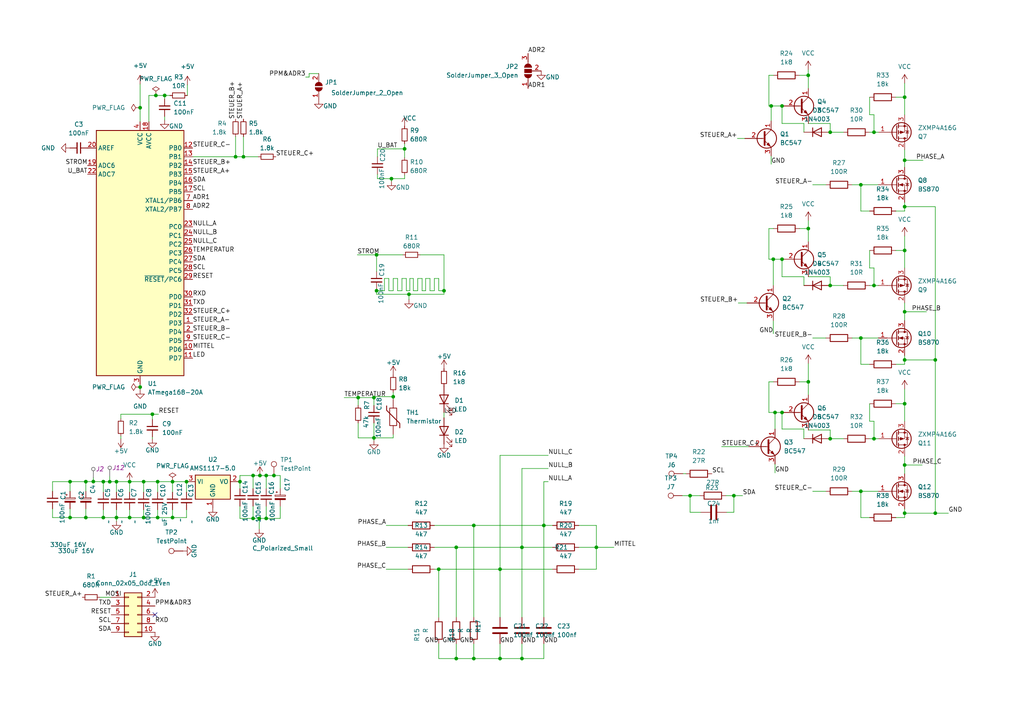
<source format=kicad_sch>
(kicad_sch (version 20230121) (generator eeschema)
  (paper "A4")
  (lib_symbols
    (symbol "Connector:TestPoint" (pin_numbers hide) (pin_names (offset 0.762) hide)
      (property "Reference" "TP" (at 0 6.858 0))
      (property "Value" "TestPoint" (at 0 5.08 0))
      (symbol "TestPoint_1_1"
        (pin passive line (at 0 0 90) (length 2.54) (name "1") (number "1"))
      )
    )
    (symbol "Connector_Generic:Conn_02x05_Odd_Even" (pin_names (offset 1.016) hide)
      (property "Reference" "J" (at 1.27 7.62 0))
      (property "Value" "Conn_02x05_Odd_Even" (at 1.27 -7.62 0))
      (symbol "Conn_02x05_Odd_Even_1_1"
        (pin passive line (at -5.08 5.08 0) (length 3.81) (name "Pin_1") (number "1"))
        (pin passive line (at 7.62 -5.08 180) (length 3.81) (name "Pin_10") (number "10"))
        (pin passive line (at 7.62 5.08 180) (length 3.81) (name "Pin_2") (number "2"))
        (pin passive line (at -5.08 2.54 0) (length 3.81) (name "Pin_3") (number "3"))
        (pin passive line (at 7.62 2.54 180) (length 3.81) (name "Pin_4") (number "4"))
        (pin passive line (at -5.08 0 0) (length 3.81) (name "Pin_5") (number "5"))
        (pin passive line (at 7.62 0 180) (length 3.81) (name "Pin_6") (number "6"))
        (pin passive line (at -5.08 -2.54 0) (length 3.81) (name "Pin_7") (number "7"))
        (pin passive line (at 7.62 -2.54 180) (length 3.81) (name "Pin_8") (number "8"))
        (pin passive line (at -5.08 -5.08 0) (length 3.81) (name "Pin_9") (number "9"))
      )
    )
    (symbol "Device:C" (pin_numbers hide) (pin_names (offset 0.254))
      (property "Reference" "C" (at 0.635 2.54 0))
      (property "Value" "C" (at 0.635 -2.54 0))
      (symbol "C_1_1"
        (pin passive line (at 0 3.81 270) (length 2.794) (name "~") (number "1"))
        (pin passive line (at 0 -3.81 90) (length 2.794) (name "~") (number "2"))
      )
    )
    (symbol "Device:C_Polarized_Small" (pin_numbers hide) (pin_names (offset 0.254) hide)
      (property "Reference" "C" (at 0.254 1.778 0))
      (property "Value" "C_Polarized_Small" (at 0.254 -2.032 0))
      (symbol "C_Polarized_Small_1_1"
        (pin passive line (at 0 2.54 270) (length 1.8542) (name "~") (number "1"))
        (pin passive line (at 0 -2.54 90) (length 1.8542) (name "~") (number "2"))
      )
    )
    (symbol "Device:C_Small" (pin_numbers hide) (pin_names (offset 0.254) hide)
      (property "Reference" "C" (at 0.254 1.778 0))
      (property "Value" "C_Small" (at 0.254 -2.032 0))
      (symbol "C_Small_1_1"
        (pin passive line (at 0 2.54 270) (length 2.032) (name "~") (number "1"))
        (pin passive line (at 0 -2.54 90) (length 2.032) (name "~") (number "2"))
      )
    )
    (symbol "Device:LED" (pin_numbers hide) (pin_names (offset 1.016) hide)
      (property "Reference" "D" (at 0 2.54 0))
      (property "Value" "LED" (at 0 -2.54 0))
      (symbol "LED_1_1"
        (pin passive line (at -3.81 0 0) (length 2.54) (name "K") (number "1"))
        (pin passive line (at 3.81 0 180) (length 2.54) (name "A") (number "2"))
      )
    )
    (symbol "Device:R" (pin_numbers hide) (pin_names (offset 0))
      (property "Reference" "R" (at 2.032 0 90))
      (property "Value" "R" (at 0 0 90))
      (symbol "R_1_1"
        (pin passive line (at 0 3.81 270) (length 1.27) (name "~") (number "1"))
        (pin passive line (at 0 -3.81 90) (length 1.27) (name "~") (number "2"))
      )
    )
    (symbol "Device:R_Small" (pin_numbers hide) (pin_names (offset 0.254) hide)
      (property "Reference" "R" (at 0.762 0.508 0))
      (property "Value" "R_Small" (at 0.762 -1.016 0))
      (symbol "R_Small_1_1"
        (pin passive line (at 0 2.54 270) (length 0.762) (name "~") (number "1"))
        (pin passive line (at 0 -2.54 90) (length 0.762) (name "~") (number "2"))
      )
    )
    (symbol "Device:Thermistor" (pin_numbers hide) (pin_names (offset 0))
      (property "Reference" "TH" (at 2.54 1.27 90))
      (property "Value" "Thermistor" (at -2.54 0 90))
      (symbol "Thermistor_1_1"
        (pin passive line (at 0 5.08 270) (length 2.54) (name "~") (number "1"))
        (pin passive line (at 0 -5.08 90) (length 2.54) (name "~") (number "2"))
      )
    )
    (symbol "Diode:1N4003" (pin_numbers hide) (pin_names hide)
      (property "Reference" "D" (at 0 2.54 0))
      (property "Value" "1N4003" (at 0 -2.54 0))
      (symbol "1N4003_1_1"
        (pin passive line (at -3.81 0 0) (length 2.54) (name "K") (number "1"))
        (pin passive line (at 3.81 0 180) (length 2.54) (name "A") (number "2"))
      )
    )
    (symbol "Jumper:SolderJumper_2_Open" (pin_names (offset 0) hide)
      (property "Reference" "JP" (at 0 2.032 0))
      (property "Value" "SolderJumper_2_Open" (at 0 -2.54 0))
      (symbol "SolderJumper_2_Open_1_1"
        (pin passive line (at -3.81 0 0) (length 2.54) (name "A") (number "1"))
        (pin passive line (at 3.81 0 180) (length 2.54) (name "B") (number "2"))
      )
    )
    (symbol "Jumper:SolderJumper_3_Open" (pin_names (offset 0) hide)
      (property "Reference" "JP" (at -2.54 -2.54 0))
      (property "Value" "SolderJumper_3_Open" (at 0 2.794 0))
      (symbol "SolderJumper_3_Open_1_1"
        (pin passive line (at -5.08 0 0) (length 2.54) (name "A") (number "1"))
        (pin passive line (at 0 -3.81 90) (length 2.54) (name "C") (number "2"))
        (pin passive line (at 5.08 0 180) (length 2.54) (name "B") (number "3"))
      )
    )
    (symbol "MCU_Microchip_ATmega:ATmega168-20A"
      (property "Reference" "U" (at -12.7 36.83 0))
      (property "Value" "ATmega168-20A" (at 2.54 -36.83 0))
      (symbol "ATmega168-20A_1_1"
        (pin bidirectional line (at 15.24 -20.32 180) (length 2.54) (name "PD3") (number "1"))
        (pin bidirectional line (at 15.24 -27.94 180) (length 2.54) (name "PD6") (number "10"))
        (pin bidirectional line (at 15.24 -30.48 180) (length 2.54) (name "PD7") (number "11"))
        (pin bidirectional line (at 15.24 30.48 180) (length 2.54) (name "PB0") (number "12"))
        (pin bidirectional line (at 15.24 27.94 180) (length 2.54) (name "PB1") (number "13"))
        (pin bidirectional line (at 15.24 25.4 180) (length 2.54) (name "PB2") (number "14"))
        (pin bidirectional line (at 15.24 22.86 180) (length 2.54) (name "PB3") (number "15"))
        (pin bidirectional line (at 15.24 20.32 180) (length 2.54) (name "PB4") (number "16"))
        (pin bidirectional line (at 15.24 17.78 180) (length 2.54) (name "PB5") (number "17"))
        (pin power_in line (at 2.54 38.1 270) (length 2.54) (name "AVCC") (number "18"))
        (pin input line (at -15.24 25.4 0) (length 2.54) (name "ADC6") (number "19"))
        (pin bidirectional line (at 15.24 -22.86 180) (length 2.54) (name "PD4") (number "2"))
        (pin passive line (at -15.24 30.48 0) (length 2.54) (name "AREF") (number "20"))
        (pin passive line (at 0 -38.1 90) (length 2.54) hide (name "GND") (number "21"))
        (pin input line (at -15.24 22.86 0) (length 2.54) (name "ADC7") (number "22"))
        (pin bidirectional line (at 15.24 7.62 180) (length 2.54) (name "PC0") (number "23"))
        (pin bidirectional line (at 15.24 5.08 180) (length 2.54) (name "PC1") (number "24"))
        (pin bidirectional line (at 15.24 2.54 180) (length 2.54) (name "PC2") (number "25"))
        (pin bidirectional line (at 15.24 0 180) (length 2.54) (name "PC3") (number "26"))
        (pin bidirectional line (at 15.24 -2.54 180) (length 2.54) (name "PC4") (number "27"))
        (pin bidirectional line (at 15.24 -5.08 180) (length 2.54) (name "PC5") (number "28"))
        (pin bidirectional line (at 15.24 -7.62 180) (length 2.54) (name "~{RESET}/PC6") (number "29"))
        (pin power_in line (at 0 -38.1 90) (length 2.54) (name "GND") (number "3"))
        (pin bidirectional line (at 15.24 -12.7 180) (length 2.54) (name "PD0") (number "30"))
        (pin bidirectional line (at 15.24 -15.24 180) (length 2.54) (name "PD1") (number "31"))
        (pin bidirectional line (at 15.24 -17.78 180) (length 2.54) (name "PD2") (number "32"))
        (pin power_in line (at 0 38.1 270) (length 2.54) (name "VCC") (number "4"))
        (pin passive line (at 0 -38.1 90) (length 2.54) hide (name "GND") (number "5"))
        (pin passive line (at 0 38.1 270) (length 2.54) hide (name "VCC") (number "6"))
        (pin bidirectional line (at 15.24 15.24 180) (length 2.54) (name "XTAL1/PB6") (number "7"))
        (pin bidirectional line (at 15.24 12.7 180) (length 2.54) (name "XTAL2/PB7") (number "8"))
        (pin bidirectional line (at 15.24 -25.4 180) (length 2.54) (name "PD5") (number "9"))
      )
    )
    (symbol "Regulator_Linear:AMS1117-5.0"
      (property "Reference" "U" (at -3.81 3.175 0))
      (property "Value" "AMS1117-5.0" (at 0 3.175 0))
      (symbol "AMS1117-5.0_1_1"
        (pin power_in line (at 0 -7.62 90) (length 2.54) (name "GND") (number "1"))
        (pin power_out line (at 7.62 0 180) (length 2.54) (name "VO") (number "2"))
        (pin power_in line (at -7.62 0 0) (length 2.54) (name "VI") (number "3"))
      )
    )
    (symbol "Transistor_BJT:BC547" (pin_names (offset 0) hide)
      (property "Reference" "Q" (at 5.08 1.905 0))
      (property "Value" "BC547" (at 5.08 0 0))
      (symbol "BC547_1_1"
        (pin passive line (at 2.54 5.08 270) (length 2.54) (name "C") (number "1"))
        (pin input line (at -5.08 0 0) (length 5.08) (name "B") (number "2"))
        (pin passive line (at 2.54 -5.08 90) (length 2.54) (name "E") (number "3"))
      )
    )
    (symbol "Transistor_FET:BS870" (pin_names hide)
      (property "Reference" "Q" (at 5.08 1.905 0))
      (property "Value" "BS870" (at 5.08 0 0))
      (symbol "BS870_1_1"
        (pin input line (at -5.08 0 0) (length 2.54) (name "G") (number "1"))
        (pin passive line (at 2.54 -5.08 90) (length 2.54) (name "S") (number "2"))
        (pin passive line (at 2.54 5.08 270) (length 2.54) (name "D") (number "3"))
      )
    )
    (symbol "Transistor_FET:ZXMP4A16G" (pin_names hide)
      (property "Reference" "Q" (at 5.08 1.905 0))
      (property "Value" "ZXMP4A16G" (at 5.08 0 0))
      (symbol "ZXMP4A16G_1_1"
        (pin input line (at -5.08 0 0) (length 2.54) (name "G") (number "1"))
        (pin passive line (at 2.54 5.08 270) (length 2.54) (name "D") (number "2"))
        (pin passive line (at 2.54 -5.08 90) (length 2.54) (name "S") (number "3"))
      )
    )
    (symbol "power:+5V" (power) (pin_names (offset 0))
      (property "Value" "+5V" (at 0 3.556 0))
      (symbol "+5V_1_1"
        (pin power_in line (at 0 0 90) (length 0) hide (name "+5V") (number "1"))
      )
    )
    (symbol "power:GND" (power) (pin_names (offset 0))
      (property "Value" "GND" (at 0 -3.81 0))
      (symbol "GND_1_1"
        (pin power_in line (at 0 0 270) (length 0) hide (name "GND") (number "1"))
      )
    )
    (symbol "power:PWR_FLAG" (power) (pin_numbers hide) (pin_names (offset 0) hide)
      (property "Value" "PWR_FLAG" (at 0 3.81 0))
      (symbol "PWR_FLAG_0_0"
        (pin power_out line (at 0 0 90) (length 0) (name "pwr") (number "1"))
      )
    )
    (symbol "power:VCC" (power) (pin_names (offset 0))
      (property "Value" "VCC" (at 0 3.81 0))
      (symbol "VCC_1_1"
        (pin power_in line (at 0 0 90) (length 0) hide (name "VCC") (number "1"))
      )
    )
  )
  (junction (at 137.414 152.4))
  (junction (at 128.778 84.328))
  (junction (at 240.792 38.354))
  (junction (at 103.886 115.316))
  (junction (at 253.492 38.354))
  (junction (at 271.272 104.394))
  (junction (at 234.442 66.294))
  (junction (at 262.382 134.874))
  (junction (at 262.382 90.424))
  (junction (at 172.974 158.75))
  (junction (at 20.32 139.7))
  (junction (at 223.6724 30.734))
  (junction (at 212.852 143.764))
  (junction (at 109.22 84.328))
  (junction (at 75.184 150.368))
  (junction (at 132.334 158.75))
  (junction (at 70.612 45.466))
  (junction (at 224.282 75.184))
  (junction (at 262.382 46.482))
  (junction (at 127.254 165.1))
  (junction (at 50.038 139.7))
  (junction (at 24.892 139.7))
  (junction (at 45.72 150.114))
  (junction (at 262.382 72.644))
  (junction (at 29.972 139.7))
  (junction (at 118.618 85.344))
  (junction (at 137.414 191.008))
  (junction (at 75.3872 137.922))
  (junction (at 132.334 191.008))
  (junction (at 234.4166 21.844))
  (junction (at 145.034 191.008))
  (junction (at 24.892 150.114))
  (junction (at 226.822 119.634))
  (junction (at 262.382 117.094))
  (junction (at 29.972 150.114))
  (junction (at 20.32 150.114))
  (junction (at 151.384 191.008))
  (junction (at 27.0764 139.6746))
  (junction (at 37.592 139.7))
  (junction (at 157.734 152.4))
  (junction (at 262.382 28.194))
  (junction (at 68.326 45.466))
  (junction (at 37.592 150.114))
  (junction (at 33.782 150.114))
  (junction (at 41.656 139.7))
  (junction (at 240.792 82.804))
  (junction (at 253.492 82.804))
  (junction (at 77.216 150.368))
  (junction (at 41.656 150.114))
  (junction (at 224.79 119.634))
  (junction (at 234.442 110.744))
  (junction (at 114.046 115.062))
  (junction (at 73.406 150.368))
  (junction (at 54.102 139.7))
  (junction (at 40.64 112.268))
  (junction (at 44.196 120.142))
  (junction (at 33.782 139.7))
  (junction (at 77.216 137.922))
  (junction (at 262.382 148.844))
  (junction (at 262.382 59.944))
  (junction (at 226.822 75.184))
  (junction (at 108.458 115.316))
  (junction (at 240.792 127.254))
  (junction (at 117.348 43.18))
  (junction (at 249.682 98.044))
  (junction (at 31.8262 139.7254))
  (junction (at 151.384 158.75))
  (junction (at 249.682 53.594))
  (junction (at 47.752 27.686))
  (junction (at 50.038 150.114))
  (junction (at 40.64 31.242))
  (junction (at 79.4512 137.922))
  (junction (at 226.822 30.734))
  (junction (at 271.272 148.844))
  (junction (at 253.492 127.254))
  (junction (at 45.72 139.7))
  (junction (at 73.406 137.922))
  (junction (at 108.458 127))
  (junction (at 109.22 73.914))
  (junction (at 262.382 104.394))
  (junction (at 200.152 143.764))
  (junction (at 249.682 142.494))
  (junction (at 145.034 165.1))
  (junction (at 113.538 51.816))
  (junction (at 69.596 139.7))
  (junction (at 45.212 27.686))
  (no_connect (at 44.958 178.308))
  (wire (pts (xy 151.384 135.89) (xy 159.004 135.89)))
  (wire (pts (xy 240.792 124.714) (xy 240.792 127.254)))
  (wire (pts (xy 167.894 165.1) (xy 172.974 165.1)))
  (wire (pts (xy 172.974 152.4) (xy 167.894 152.4)))
  (wire (pts (xy 108.458 127.762) (xy 108.458 127)))
  (wire (pts (xy 210.82 148.59) (xy 212.852 148.59)))
  (wire (pts (xy 77.216 137.922) (xy 77.216 141.732)))
  (wire (pts (xy 112.776 84.328) (xy 114.046 84.328)))
  (wire (pts (xy 29.972 150.114) (xy 33.782 150.114)))
  (wire (pts (xy 37.592 139.7) (xy 41.656 139.7)))
  (wire (pts (xy 118.872 80.772) (xy 119.888 80.772)))
  (wire (pts (xy 109.22 73.914) (xy 116.84 73.914)))
  (wire (pts (xy 43.18 27.686) (xy 45.212 27.686)))
  (wire (pts (xy 109.22 84.328) (xy 109.22 83.82)))
  (wire (pts (xy 103.886 115.316) (xy 103.886 117.602)))
  (wire (pts (xy 112.014 158.75) (xy 118.364 158.75)))
  (wire (pts (xy 224.79 134.62) (xy 224.79 137.16)))
  (wire (pts (xy 200.152 143.764) (xy 197.866 143.764)))
  (wire (pts (xy 253.492 127.254) (xy 254.762 127.254)))
  (wire (pts (xy 151.384 186.69) (xy 151.384 191.008)))
  (wire (pts (xy 15.24 150.114) (xy 20.32 150.114)))
  (wire (pts (xy 15.24 142.494) (xy 15.24 139.7)))
  (wire (pts (xy 253.492 38.354) (xy 254.762 38.354)))
  (wire (pts (xy 226.822 35.814) (xy 233.172 35.814)))
  (wire (pts (xy 223.012 75.184) (xy 224.282 75.184)))
  (wire (pts (xy 125.984 80.772) (xy 127.254 80.772)))
  (wire (pts (xy 114.046 115.062) (xy 114.046 115.824)))
  (wire (pts (xy 33.782 150.114) (xy 37.592 150.114)))
  (wire (pts (xy 210.566 143.764) (xy 212.852 143.764)))
  (wire (pts (xy 45.72 139.7) (xy 45.72 142.748)))
  (wire (pts (xy 69.596 150.368) (xy 69.596 146.812)))
  (wire (pts (xy 223.6724 45.2374) (xy 223.6724 47.625)))
  (wire (pts (xy 198.0692 137.3886) (xy 198.882 137.3886)))
  (wire (pts (xy 114.046 113.792) (xy 114.046 115.062)))
  (wire (pts (xy 24.892 147.574) (xy 24.892 150.114)))
  (wire (pts (xy 172.974 158.75) (xy 178.054 158.75)))
  (wire (pts (xy 70.612 45.466) (xy 68.326 45.466)))
  (wire (pts (xy 109.22 73.914) (xy 109.22 78.74)))
  (wire (pts (xy 118.618 85.344) (xy 109.22 85.344)))
  (wire (pts (xy 252.222 38.354) (xy 253.492 38.354)))
  (wire (pts (xy 81.28 141.732) (xy 81.28 137.922)))
  (wire (pts (xy 123.444 80.772) (xy 124.714 80.772)))
  (wire (pts (xy 27.0764 138.5824) (xy 27.0764 139.6746)))
  (wire (pts (xy 69.596 137.922) (xy 69.596 139.7)))
  (wire (pts (xy 234.442 25.654) (xy 234.442 21.844)))
  (wire (pts (xy 249.682 142.494) (xy 249.682 150.114)))
  (wire (pts (xy 137.414 152.4) (xy 137.414 179.07)))
  (wire (pts (xy 68.326 39.624) (xy 68.326 45.466)))
  (wire (pts (xy 216.0524 40.1574) (xy 213.868 40.1574)))
  (wire (pts (xy 112.014 152.4) (xy 118.364 152.4)))
  (wire (pts (xy 259.842 105.664) (xy 262.382 105.664)))
  (wire (pts (xy 224.79 119.634) (xy 226.822 119.634)))
  (wire (pts (xy 92.456 21.336) (xy 89.662 21.336)))
  (wire (pts (xy 125.984 84.328) (xy 125.984 80.772)))
  (wire (pts (xy 115.316 84.328) (xy 116.586 84.328)))
  (wire (pts (xy 112.776 80.772) (xy 112.776 84.328)))
  (wire (pts (xy 116.586 80.772) (xy 117.856 80.772)))
  (wire (pts (xy 123.444 84.328) (xy 123.444 80.772)))
  (wire (pts (xy 127.254 165.1) (xy 127.254 179.07)))
  (wire (pts (xy 44.196 127.254) (xy 44.196 126.746)))
  (wire (pts (xy 262.382 28.194) (xy 262.382 33.274)))
  (wire (pts (xy 137.414 152.4) (xy 157.734 152.4)))
  (wire (pts (xy 223.012 66.294) (xy 223.012 75.184)))
  (wire (pts (xy 262.382 105.664) (xy 262.382 104.394)))
  (wire (pts (xy 35.052 127.254) (xy 35.052 126.492)))
  (wire (pts (xy 262.382 61.214) (xy 262.382 59.944)))
  (wire (pts (xy 15.24 139.7) (xy 20.32 139.7)))
  (wire (pts (xy 233.1466 127.254) (xy 233.172 127.254)))
  (wire (pts (xy 202.946 143.764) (xy 200.152 143.764)))
  (wire (pts (xy 234.442 124.714) (xy 240.792 124.714)))
  (wire (pts (xy 41.656 147.828) (xy 41.656 150.114)))
  (wire (pts (xy 157.734 152.4) (xy 157.734 139.7)))
  (wire (pts (xy 224.282 82.804) (xy 224.282 75.184)))
  (wire (pts (xy 203.2 148.59) (xy 200.152 148.59)))
  (wire (pts (xy 127.254 191.008) (xy 132.334 191.008)))
  (wire (pts (xy 109.22 85.344) (xy 109.22 84.328)))
  (wire (pts (xy 117.348 43.18) (xy 117.348 41.656)))
  (wire (pts (xy 262.382 104.394) (xy 271.272 104.394)))
  (wire (pts (xy 77.216 137.922) (xy 75.3872 137.922)))
  (wire (pts (xy 151.384 158.75) (xy 160.274 158.75)))
  (wire (pts (xy 81.28 146.812) (xy 81.28 150.368)))
  (wire (pts (xy 259.842 72.644) (xy 262.382 72.644)))
  (wire (pts (xy 20.32 150.114) (xy 24.892 150.114)))
  (wire (pts (xy 127.254 84.328) (xy 128.778 84.328)))
  (wire (pts (xy 224.79 124.46) (xy 224.79 119.634)))
  (wire (pts (xy 75.184 150.368) (xy 75.184 153.416)))
  (wire (pts (xy 33.782 147.828) (xy 33.782 150.114)))
  (wire (pts (xy 151.384 158.75) (xy 151.384 135.89)))
  (wire (pts (xy 77.216 150.368) (xy 81.28 150.368)))
  (wire (pts (xy 29.972 139.7) (xy 31.8262 139.7254)))
  (wire (pts (xy 119.888 84.328) (xy 121.158 84.328)))
  (wire (pts (xy 252.222 127.254) (xy 253.492 127.254)))
  (wire (pts (xy 122.428 84.328) (xy 123.444 84.328)))
  (wire (pts (xy 24.892 139.7) (xy 24.892 142.494)))
  (wire (pts (xy 262.382 43.434) (xy 262.382 46.482)))
  (wire (pts (xy 24.892 139.7) (xy 27.0764 139.6746)))
  (wire (pts (xy 240.792 127.254) (xy 244.602 127.254)))
  (wire (pts (xy 252.222 28.194) (xy 252.222 33.274)))
  (wire (pts (xy 157.734 152.4) (xy 157.734 179.07)))
  (wire (pts (xy 35.052 120.142) (xy 44.196 120.142)))
  (wire (pts (xy 262.382 132.334) (xy 262.382 134.874)))
  (wire (pts (xy 89.662 22.352) (xy 88.646 22.352)))
  (wire (pts (xy 234.442 114.554) (xy 234.442 110.744)))
  (wire (pts (xy 45.212 27.686) (xy 47.752 27.686)))
  (wire (pts (xy 249.682 142.494) (xy 254.762 142.494)))
  (wire (pts (xy 234.442 35.814) (xy 240.792 35.814)))
  (wire (pts (xy 137.414 186.69) (xy 137.414 191.008)))
  (wire (pts (xy 127.254 165.1) (xy 145.034 165.1)))
  (wire (pts (xy 271.272 148.844) (xy 262.382 148.844)))
  (wire (pts (xy 252.222 33.274) (xy 253.492 33.274)))
  (wire (pts (xy 259.842 150.114) (xy 262.382 150.114)))
  (wire (pts (xy 33.782 151.13) (xy 33.782 150.114)))
  (wire (pts (xy 132.334 186.69) (xy 132.334 191.008)))
  (wire (pts (xy 35.052 121.412) (xy 35.052 120.142)))
  (wire (pts (xy 262.382 68.4784) (xy 262.382 72.644)))
  (wire (pts (xy 223.6724 30.734) (xy 226.822 30.734)))
  (wire (pts (xy 240.792 80.264) (xy 240.792 82.804)))
  (wire (pts (xy 103.886 115.316) (xy 108.458 115.316)))
  (wire (pts (xy 116.586 84.328) (xy 116.586 80.772)))
  (wire (pts (xy 249.682 53.594) (xy 249.682 61.214)))
  (wire (pts (xy 128.778 119.634) (xy 128.778 121.158)))
  (wire (pts (xy 73.406 137.922) (xy 73.406 141.732)))
  (wire (pts (xy 234.442 80.264) (xy 240.792 80.264)))
  (wire (pts (xy 127.254 186.69) (xy 127.254 191.008)))
  (wire (pts (xy 79.4512 137.922) (xy 81.28 137.922)))
  (wire (pts (xy 74.93 45.466) (xy 70.612 45.466)))
  (wire (pts (xy 262.382 24.1554) (xy 262.382 28.194)))
  (wire (pts (xy 226.822 119.634) (xy 226.822 124.4346)))
  (wire (pts (xy 50.038 139.7) (xy 54.102 139.7)))
  (wire (pts (xy 235.712 98.044) (xy 239.522 98.044)))
  (wire (pts (xy 121.158 84.328) (xy 121.158 80.772)))
  (wire (pts (xy 50.038 147.828) (xy 50.038 150.114)))
  (wire (pts (xy 157.734 191.008) (xy 157.734 186.69)))
  (wire (pts (xy 109.474 50.546) (xy 109.474 51.816)))
  (wire (pts (xy 75.3872 137.922) (xy 73.406 137.922)))
  (wire (pts (xy 252.222 117.094) (xy 252.222 122.174)))
  (wire (pts (xy 108.458 122.682) (xy 108.458 127)))
  (wire (pts (xy 262.382 150.114) (xy 262.382 148.844)))
  (wire (pts (xy 223.6724 35.0774) (xy 223.6724 30.734)))
  (wire (pts (xy 103.886 122.682) (xy 103.886 127)))
  (wire (pts (xy 28.956 173.228) (xy 32.258 173.228)))
  (wire (pts (xy 40.64 31.242) (xy 40.64 35.306)))
  (wire (pts (xy 223.012 119.634) (xy 224.79 119.634)))
  (wire (pts (xy 117.856 80.772) (xy 117.856 84.328)))
  (wire (pts (xy 113.538 51.816) (xy 117.348 51.816)))
  (wire (pts (xy 226.822 30.734) (xy 226.822 35.814)))
  (wire (pts (xy 151.384 158.75) (xy 151.384 179.07)))
  (wire (pts (xy 114.046 84.328) (xy 114.046 80.772)))
  (wire (pts (xy 209.296 129.54) (xy 217.17 129.54)))
  (wire (pts (xy 117.348 51.816) (xy 117.348 50.8)))
  (wire (pts (xy 249.682 53.594) (xy 254.762 53.594)))
  (wire (pts (xy 262.382 90.424) (xy 268.732 90.424)))
  (wire (pts (xy 157.734 139.7) (xy 159.004 139.7)))
  (wire (pts (xy 234.4166 21.844) (xy 234.442 21.844)))
  (wire (pts (xy 125.984 152.4) (xy 137.414 152.4)))
  (wire (pts (xy 41.656 139.7) (xy 41.656 142.748)))
  (wire (pts (xy 127.254 80.772) (xy 127.254 84.328)))
  (wire (pts (xy 253.492 122.174) (xy 253.492 127.254)))
  (wire (pts (xy 108.458 115.316) (xy 108.458 115.062)))
  (wire (pts (xy 240.792 82.804) (xy 244.602 82.804)))
  (wire (pts (xy 198.882 137.3886) (xy 198.882 137.414)))
  (wire (pts (xy 247.142 142.494) (xy 249.682 142.494)))
  (wire (pts (xy 234.442 66.294) (xy 231.902 66.294)))
  (wire (pts (xy 252.222 77.724) (xy 253.492 77.724)))
  (wire (pts (xy 145.034 132.08) (xy 159.004 132.08)))
  (wire (pts (xy 33.782 139.7) (xy 33.782 142.748)))
  (wire (pts (xy 29.972 139.7) (xy 29.972 142.748)))
  (wire (pts (xy 31.8262 138.2268) (xy 31.8262 139.7254)))
  (wire (pts (xy 262.382 59.944) (xy 262.382 58.674)))
  (wire (pts (xy 125.984 158.75) (xy 132.334 158.75)))
  (wire (pts (xy 145.034 191.008) (xy 151.384 191.008)))
  (wire (pts (xy 262.382 134.874) (xy 267.462 134.874)))
  (wire (pts (xy 113.538 52.578) (xy 113.538 51.816)))
  (wire (pts (xy 27.0764 139.6746) (xy 29.972 139.7)))
  (wire (pts (xy 45.72 147.828) (xy 45.72 150.114)))
  (wire (pts (xy 252.222 61.214) (xy 249.682 61.214)))
  (wire (pts (xy 262.382 90.424) (xy 262.382 92.964)))
  (wire (pts (xy 234.442 110.744) (xy 231.902 110.744)))
  (wire (pts (xy 233.172 35.814) (xy 233.172 38.354)))
  (wire (pts (xy 234.442 105.4608) (xy 234.442 110.744)))
  (wire (pts (xy 50.038 139.7) (xy 50.038 142.748)))
  (wire (pts (xy 33.782 139.7) (xy 37.592 139.7)))
  (wire (pts (xy 224.282 92.964) (xy 224.282 96.774)))
  (wire (pts (xy 44.196 120.142) (xy 45.974 120.142)))
  (wire (pts (xy 108.458 115.062) (xy 114.046 115.062)))
  (wire (pts (xy 109.474 45.466) (xy 109.474 43.18)))
  (wire (pts (xy 145.034 165.1) (xy 145.034 132.08)))
  (wire (pts (xy 20.32 139.7) (xy 24.892 139.7)))
  (wire (pts (xy 235.712 53.594) (xy 239.522 53.594)))
  (wire (pts (xy 262.382 59.944) (xy 271.272 59.944)))
  (wire (pts (xy 212.852 148.59) (xy 212.852 143.764)))
  (wire (pts (xy 240.792 38.354) (xy 244.602 38.354)))
  (wire (pts (xy 37.592 139.7) (xy 37.592 142.748)))
  (wire (pts (xy 73.406 137.922) (xy 69.596 137.922)))
  (wire (pts (xy 40.64 112.268) (xy 40.64 111.506)))
  (wire (pts (xy 108.458 115.316) (xy 108.458 117.602)))
  (wire (pts (xy 252.222 72.644) (xy 252.222 77.724)))
  (wire (pts (xy 262.382 46.482) (xy 262.382 48.514)))
  (wire (pts (xy 118.618 86.868) (xy 118.618 85.344)))
  (wire (pts (xy 253.492 82.804) (xy 254.762 82.804)))
  (wire (pts (xy 20.32 139.7) (xy 20.32 142.494)))
  (wire (pts (xy 77.216 137.922) (xy 79.4512 137.922)))
  (wire (pts (xy 157.734 152.4) (xy 160.274 152.4)))
  (wire (pts (xy 259.842 117.094) (xy 262.382 117.094)))
  (wire (pts (xy 37.592 150.114) (xy 41.656 150.114)))
  (wire (pts (xy 122.428 80.772) (xy 122.428 84.328)))
  (wire (pts (xy 70.612 39.624) (xy 70.612 45.466)))
  (wire (pts (xy 262.382 87.884) (xy 262.382 90.424)))
  (wire (pts (xy 252.222 105.664) (xy 249.682 105.664)))
  (wire (pts (xy 124.714 80.772) (xy 124.714 84.328)))
  (wire (pts (xy 262.382 134.874) (xy 262.382 137.414)))
  (wire (pts (xy 233.172 80.264) (xy 233.172 82.804)))
  (wire (pts (xy 132.334 158.75) (xy 132.334 179.07)))
  (wire (pts (xy 114.046 127) (xy 114.046 125.984)))
  (wire (pts (xy 262.382 112.8522) (xy 262.382 117.094)))
  (wire (pts (xy 109.474 51.816) (xy 113.538 51.816)))
  (wire (pts (xy 108.458 127) (xy 114.046 127)))
  (wire (pts (xy 119.888 80.772) (xy 119.888 84.328)))
  (wire (pts (xy 54.102 147.828) (xy 54.102 150.114)))
  (wire (pts (xy 252.222 82.804) (xy 253.492 82.804)))
  (wire (pts (xy 132.334 158.75) (xy 151.384 158.75)))
  (wire (pts (xy 45.72 139.7) (xy 50.038 139.7)))
  (wire (pts (xy 37.592 147.828) (xy 37.592 150.114)))
  (wire (pts (xy 40.64 113.03) (xy 40.64 112.268)))
  (wire (pts (xy 44.196 120.142) (xy 44.196 121.666)))
  (wire (pts (xy 114.046 80.772) (xy 115.316 80.772)))
  (wire (pts (xy 20.32 147.574) (xy 20.32 150.114)))
  (wire (pts (xy 29.972 147.828) (xy 29.972 150.114)))
  (wire (pts (xy 247.142 98.044) (xy 249.682 98.044)))
  (wire (pts (xy 223.012 30.734) (xy 223.6724 30.734)))
  (wire (pts (xy 259.842 28.194) (xy 262.382 28.194)))
  (wire (pts (xy 262.382 104.394) (xy 262.382 103.124)))
  (wire (pts (xy 132.334 191.008) (xy 137.414 191.008)))
  (wire (pts (xy 111.506 80.772) (xy 112.776 80.772)))
  (wire (pts (xy 252.222 150.114) (xy 249.682 150.114)))
  (wire (pts (xy 224.282 66.294) (xy 223.012 66.294)))
  (wire (pts (xy 99.822 115.316) (xy 103.886 115.316)))
  (wire (pts (xy 259.842 61.214) (xy 262.382 61.214)))
  (wire (pts (xy 75.184 150.368) (xy 73.406 150.368)))
  (wire (pts (xy 271.272 59.944) (xy 271.272 104.394)))
  (wire (pts (xy 172.974 158.75) (xy 172.974 152.4)))
  (wire (pts (xy 128.778 84.328) (xy 128.778 85.344)))
  (wire (pts (xy 253.492 77.724) (xy 253.492 82.804)))
  (wire (pts (xy 226.822 75.184) (xy 226.822 80.264)))
  (wire (pts (xy 111.506 84.328) (xy 111.506 80.772)))
  (wire (pts (xy 137.414 191.008) (xy 145.034 191.008)))
  (wire (pts (xy 167.894 158.75) (xy 172.974 158.75)))
  (wire (pts (xy 172.974 165.1) (xy 172.974 158.75)))
  (wire (pts (xy 233.1466 124.4346) (xy 233.1466 127.254)))
  (wire (pts (xy 252.222 122.174) (xy 253.492 122.174)))
  (wire (pts (xy 226.822 80.264) (xy 233.172 80.264)))
  (wire (pts (xy 226.822 124.4346) (xy 233.1466 124.4346)))
  (wire (pts (xy 121.92 73.914) (xy 128.778 73.914)))
  (wire (pts (xy 109.474 43.18) (xy 117.348 43.18)))
  (wire (pts (xy 109.22 84.328) (xy 111.506 84.328)))
  (wire (pts (xy 117.348 45.72) (xy 117.348 43.18)))
  (wire (pts (xy 247.142 53.594) (xy 249.682 53.594)))
  (wire (pts (xy 145.034 165.1) (xy 160.274 165.1)))
  (wire (pts (xy 103.632 73.914) (xy 109.22 73.914)))
  (wire (pts (xy 41.656 139.7) (xy 45.72 139.7)))
  (wire (pts (xy 41.656 150.114) (xy 45.72 150.114)))
  (wire (pts (xy 224.282 21.844) (xy 223.012 21.844)))
  (wire (pts (xy 77.216 146.812) (xy 77.216 150.368)))
  (wire (pts (xy 77.216 150.368) (xy 75.184 150.368)))
  (wire (pts (xy 89.662 21.336) (xy 89.662 22.352)))
  (wire (pts (xy 234.4166 20.2438) (xy 234.4166 21.844)))
  (wire (pts (xy 73.406 150.368) (xy 69.596 150.368)))
  (wire (pts (xy 115.316 80.772) (xy 115.316 84.328)))
  (wire (pts (xy 24.892 150.114) (xy 29.972 150.114)))
  (wire (pts (xy 235.712 142.494) (xy 239.522 142.494)))
  (wire (pts (xy 47.752 28.702) (xy 47.752 27.686)))
  (wire (pts (xy 117.856 84.328) (xy 118.872 84.328)))
  (wire (pts (xy 234.442 70.104) (xy 234.442 66.294)))
  (wire (pts (xy 262.382 148.844) (xy 262.382 147.574)))
  (wire (pts (xy 271.272 148.844) (xy 275.082 148.844)))
  (wire (pts (xy 54.102 139.7) (xy 54.102 142.748)))
  (wire (pts (xy 223.012 21.844) (xy 223.012 30.734)))
  (wire (pts (xy 145.034 165.1) (xy 145.034 179.07)))
  (wire (pts (xy 121.158 80.772) (xy 122.428 80.772)))
  (wire (pts (xy 103.886 127) (xy 108.458 127)))
  (wire (pts (xy 249.682 98.044) (xy 249.682 105.664)))
  (wire (pts (xy 262.382 117.094) (xy 262.382 122.174)))
  (wire (pts (xy 224.282 110.744) (xy 223.012 110.744)))
  (wire (pts (xy 128.778 85.344) (xy 118.618 85.344)))
  (wire (pts (xy 125.984 165.1) (xy 127.254 165.1)))
  (wire (pts (xy 224.282 75.184) (xy 226.822 75.184)))
  (wire (pts (xy 249.682 98.044) (xy 254.762 98.044)))
  (wire (pts (xy 124.714 84.328) (xy 125.984 84.328)))
  (wire (pts (xy 271.272 104.394) (xy 271.272 148.844)))
  (wire (pts (xy 50.038 150.114) (xy 54.102 150.114)))
  (wire (pts (xy 43.18 35.306) (xy 43.18 27.686)))
  (wire (pts (xy 151.384 191.008) (xy 157.734 191.008)))
  (wire (pts (xy 223.012 110.744) (xy 223.012 119.634)))
  (wire (pts (xy 69.342 139.7) (xy 69.596 139.7)))
  (wire (pts (xy 15.24 147.574) (xy 15.24 150.114)))
  (wire (pts (xy 31.8262 139.7254) (xy 33.782 139.7)))
  (wire (pts (xy 240.792 35.814) (xy 240.792 38.354)))
  (wire (pts (xy 54.356 24.638) (xy 54.356 27.686)))
  (wire (pts (xy 118.872 84.328) (xy 118.872 80.772)))
  (wire (pts (xy 200.152 143.764) (xy 200.152 148.59)))
  (wire (pts (xy 47.752 27.686) (xy 49.276 27.686)))
  (wire (pts (xy 68.326 45.466) (xy 55.88 45.466)))
  (wire (pts (xy 112.014 165.1) (xy 118.364 165.1)))
  (wire (pts (xy 231.902 21.844) (xy 234.4166 21.844)))
  (wire (pts (xy 212.852 143.764) (xy 215.392 143.764)))
  (wire (pts (xy 45.72 150.114) (xy 50.038 150.114)))
  (wire (pts (xy 73.406 146.812) (xy 73.406 150.368)))
  (wire (pts (xy 214.122 87.884) (xy 216.662 87.884)))
  (wire (pts (xy 47.752 34.798) (xy 47.752 33.782)))
  (wire (pts (xy 128.778 73.914) (xy 128.778 84.328)))
  (wire (pts (xy 253.492 33.274) (xy 253.492 38.354)))
  (wire (pts (xy 40.64 24.384) (xy 40.64 31.242)))
  (wire (pts (xy 234.442 63.9826) (xy 234.442 66.294)))
  (wire (pts (xy 145.034 186.69) (xy 145.034 191.008)))
  (wire (pts (xy 262.382 46.482) (xy 267.716 46.482)))
  (wire (pts (xy 69.596 139.7) (xy 69.596 141.732)))
  (wire (pts (xy 262.382 72.644) (xy 262.382 77.724)))
  (label "GND" (at 132.334 186.69 180))
  (label "ADR1" (at 153.162 25.654 0))
  (label "MOSI" (at 30.48 173.228 0))
  (label "GND" (at 145.034 186.69 0))
  (label "GND" (at 151.384 186.69 0))
  (label "PHASE_B" (at 264.414 90.424 0))
  (label "NULL_C" (at 159.004 132.08 0))
  (label "GND" (at 224.282 96.774 180))
  (label "STEUER_C+" (at 80.01 45.466 0))
  (label "SDA" (at 32.258 183.388 180))
  (label "GND" (at 275.082 148.844 0))
  (label "LED" (at 128.778 120.142 0))
  (label "TEMPERATUR" (at 55.88 73.406 0))
  (label "RESET" (at 55.88 81.026 0))
  (label "SCL" (at 55.88 78.486 0))
  (label "STEUER_A+" (at 55.88 50.546 0))
  (label "ADR2" (at 153.162 15.494 0))
  (label "STROM" (at 103.632 73.914 0))
  (label "SDA" (at 215.392 143.764 0))
  (label "SCL" (at 55.88 55.626 0))
  (label "SCL" (at 32.258 180.848 180))
  (label "NULL_B" (at 55.88 68.326 0))
  (label "GND" (at 223.6724 47.625 0))
  (label "STEUER_C-" (at 55.88 98.806 0))
  (label "MITTEL" (at 55.88 101.346 0))
  (label "STEUER_A-" (at 55.88 93.726 0))
  (label "PHASE_A" (at 112.014 152.4 180))
  (label "STEUER_B-" (at 55.88 96.266 0))
  (label "PPM&ADR3" (at 44.958 175.768 0))
  (label "STEUER_B+" (at 214.122 87.884 180))
  (label "RXD" (at 55.88 86.106 0))
  (label "SDA" (at 55.88 75.946 0))
  (label "RXD" (at 44.958 180.848 0))
  (label "NULL_C" (at 55.88 70.866 0))
  (label "GND" (at 137.414 186.69 180))
  (label "TXD" (at 32.258 175.768 180))
  (label "RESET" (at 32.258 178.308 180))
  (label "ADR2" (at 55.88 60.706 0))
  (label "U_BAT" (at 25.4 50.546 180))
  (label "U_BAT" (at 109.474 43.18 0))
  (label "STEUER_A+" (at 70.612 34.544 90))
  (label "SDA" (at 55.88 53.086 0))
  (label "STEUER_B-" (at 235.712 98.044 180))
  (label "LED" (at 55.88 103.886 0))
  (label "PHASE_C" (at 112.014 165.1 180))
  (label "ADR1" (at 55.88 58.166 0))
  (label "MITTEL" (at 178.054 158.75 0))
  (label "NULL_A" (at 55.88 65.786 0))
  (label "STEUER_C+" (at 55.88 91.186 0))
  (label "STROM" (at 25.4 48.006 180))
  (label "GND" (at 157.734 186.69 0))
  (label "TXD" (at 55.88 88.646 0))
  (label "STEUER_C-" (at 235.712 142.494 180))
  (label "NULL_B" (at 159.004 135.89 0))
  (label "STEUER_C+" (at 209.296 129.54 0))
  (label "STEUER_C-" (at 55.88 42.926 0))
  (label "GND" (at 224.79 137.16 0))
  (label "TEMPERATUR" (at 99.822 115.316 0))
  (label "PHASE_C" (at 264.668 134.874 0))
  (label "STEUER_B+" (at 68.326 34.544 90))
  (label "STEUER_B+" (at 55.88 48.006 0))
  (label "STEUER_A+" (at 23.876 173.228 180))
  (label "RESET" (at 45.974 120.142 0))
  (label "PHASE_A" (at 265.684 46.482 0))
  (label "SCL" (at 206.502 137.414 0))
  (label "PPM&ADR3" (at 88.646 22.352 180))
  (label "STEUER_A+" (at 213.868 40.1574 180))
  (label "GND" (at 127.254 186.69 180))
  (label "STEUER_A-" (at 235.712 53.594 180))
  (label "NULL_A" (at 159.004 139.7 0))
  (label "PHASE_B" (at 112.014 158.75 180))
  (netclass_flag "" (length 2.54) (shape round) (at 27.0764 138.5824 0) (property "Netclass" "J2" (at 27.7749 136.0424 0) (effects (font italic) (justify left))))
  (netclass_flag "" (length 2.54) (shape round) (at 31.8262 138.2268 0) (property "Netclass" "J12" (at 32.5247 135.6868 0) (effects (font italic) (justify left))))
  (symbol (lib_id "Diode:1N4003") (at 236.982 127.254 0) (unit 1)
    (property "Reference" "D5" (at 236.982 120.904 0))
    (property "Value" "1N4003" (at 236.982 123.444 0))
    (property "Footprint" "Diode_SMD:D_01005_0402Metric" (effects hide))
    (property "Datasheet" "http://www.vishay.com/docs/88503/1n4001.pdf" (effects hide))
    (property "Sim.Device" "D" (effects hide))
    (property "Sim.Pins" "1=K 2=A" (effects hide))
  )
  (symbol (lib_id "Device:R") (at 122.174 152.4 90) (unit 1)
    (property "Reference" "R12" (at 122.174 146.05 90))
    (property "Value" "4k7" (at 122.174 148.59 90))
    (property "Footprint" "Resistor_SMD:R_0402_1005Metric" (effects hide))
  )
  (symbol (lib_id "power:+5V") (at 44.958 173.228 0) (unit 1)
    (property "Reference" "#PWR08" (effects hide))
    (property "Value" "+5V" (at 44.958 168.402 0))
  )
  (symbol (lib_id "Connector:TestPoint") (at 53.0352 159.8168 90) (unit 1)
    (property "Reference" "TP2" (at 49.7332 154.3812 90))
    (property "Value" "TestPoint" (at 49.7332 156.9212 90))
    (property "Footprint" "TestPoint:TestPoint_Pad_D1.0mm" (effects hide))
  )
  (symbol (lib_id "power:+5V") (at 75.3872 137.922 0) (unit 1)
    (property "Reference" "#PWR029" (effects hide))
    (property "Value" "+5V" (at 75.3872 134.366 0))
  )
  (symbol (lib_id "Device:R") (at 256.032 28.194 90) (unit 1)
    (property "Reference" "R33" (at 256.032 21.844 90))
    (property "Value" "18k" (at 256.032 24.384 90))
    (property "Footprint" "Resistor_SMD:R_0402_1005Metric" (effects hide))
  )
  (symbol (lib_id "Device:C_Small") (at 44.196 124.206 0) (unit 1)
    (property "Reference" "C9" (at 46.99 122.9423 0) (effects (justify left)))
    (property "Value" "100nF" (at 46.99 125.4823 0) (effects (justify left)))
    (property "Footprint" "Capacitor_SMD:C_0402_1005Metric" (effects hide))
  )
  (symbol (lib_id "Device:R_Small") (at 26.416 173.228 270) (unit 1)
    (property "Reference" "R1" (at 26.416 167.132 90))
    (property "Value" "680R" (at 26.416 169.672 90))
    (property "Footprint" "Resistor_SMD:R_0402_1005Metric" (effects hide))
  )
  (symbol (lib_id "Connector_Generic:Conn_02x05_Odd_Even") (at 37.338 178.308 0) (unit 1)
    (property "Reference" "J1" (at 38.608 166.624 0))
    (property "Value" "Conn_02x05_Odd_Even" (at 38.608 169.164 0))
    (property "Footprint" "Connector_PinHeader_2.54mm:PinHeader_2x05_P2.54mm_Vertical" (effects hide))
  )
  (symbol (lib_id "Connector:TestPoint") (at 197.866 143.764 90) (unit 1)
    (property "Reference" "TP3" (at 194.564 138.684 90))
    (property "Value" "J7" (at 194.564 141.224 90))
  )
  (symbol (lib_id "Device:R") (at 256.032 150.114 90) (unit 1)
    (property "Reference" "R38" (at 256.032 143.764 90))
    (property "Value" "18k" (at 256.032 146.304 90))
    (property "Footprint" "Resistor_SMD:R_0402_1005Metric" (effects hide))
  )
  (symbol (lib_id "Diode:1N4003") (at 236.982 38.354 0) (unit 1)
    (property "Reference" "D3" (at 236.982 32.004 0))
    (property "Value" "1N4003" (at 236.982 34.544 0))
    (property "Footprint" "Diode_SMD:D_0201_0603Metric" (effects hide))
    (property "Datasheet" "http://www.vishay.com/docs/88503/1n4001.pdf" (effects hide))
    (property "Sim.Device" "D" (effects hide))
    (property "Sim.Pins" "1=K 2=A" (effects hide))
  )
  (symbol (lib_id "Device:R") (at 243.332 53.594 90) (unit 1)
    (property "Reference" "R27" (at 243.332 47.244 90))
    (property "Value" "100R" (at 243.332 49.784 90))
    (property "Footprint" "Resistor_SMD:R_0402_1005Metric" (effects hide))
  )
  (symbol (lib_id "Device:R_Small") (at 117.348 39.116 0) (unit 1)
    (property "Reference" "R9" (at 118.872 37.846 0) (effects (justify left)))
    (property "Value" "680R" (at 118.872 40.386 0) (effects (justify left)))
    (property "Footprint" "Resistor_SMD:R_0402_1005Metric" (effects hide))
  )
  (symbol (lib_id "power:+5V") (at 54.356 24.638 0) (unit 1)
    (property "Reference" "#PWR011" (effects hide))
    (property "Value" "+5V" (at 54.356 19.304 0))
  )
  (symbol (lib_id "Device:R") (at 127.254 182.88 180) (unit 1)
    (property "Reference" "R15" (at 120.904 184.15 90))
    (property "Value" "R" (at 123.444 182.88 90))
    (property "Footprint" "Resistor_SMD:R_0402_1005Metric" (effects hide))
  )
  (symbol (lib_id "power:VCC") (at 262.382 112.8522 0) (unit 1)
    (property "Reference" "#PWR028" (effects hide))
    (property "Value" "VCC" (at 262.382 108.0262 0))
  )
  (symbol (lib_id "Device:R_Small") (at 51.816 27.686 90) (unit 1)
    (property "Reference" "R3" (at 51.816 22.352 90))
    (property "Value" "10R" (at 51.816 24.892 90))
    (property "Footprint" "Resistor_SMD:R_0402_1005Metric" (effects hide))
  )
  (symbol (lib_id "Device:R") (at 122.174 158.75 90) (unit 1)
    (property "Reference" "R13" (at 122.174 152.4 90))
    (property "Value" "4k7" (at 122.174 154.94 90))
    (property "Footprint" "Resistor_SMD:R_0402_1005Metric" (effects hide))
  )
  (symbol (lib_id "Device:R") (at 243.332 142.494 90) (unit 1)
    (property "Reference" "R29" (at 243.332 136.144 90))
    (property "Value" "100R" (at 243.332 138.684 90))
    (property "Footprint" "Resistor_SMD:R_0402_1005Metric" (effects hide))
  )
  (symbol (lib_id "Device:R_Small") (at 70.612 37.084 0) (unit 1)
    (property "Reference" "R5" (at 72.136 35.814 0) (effects (justify left)))
    (property "Value" "1.8k" (at 72.136 38.354 0) (effects (justify left)))
    (property "Footprint" "Resistor_SMD:R_0402_1005Metric" (effects hide))
  )
  (symbol (lib_id "Diode:1N4003") (at 236.982 82.804 0) (unit 1)
    (property "Reference" "D4" (at 236.982 76.454 0))
    (property "Value" "1N4003" (at 236.982 78.994 0))
    (property "Footprint" "Diode_SMD:D_01005_0402Metric" (effects hide))
    (property "Datasheet" "http://www.vishay.com/docs/88503/1n4001.pdf" (effects hide))
    (property "Sim.Device" "D" (effects hide))
    (property "Sim.Pins" "1=K 2=A" (effects hide))
  )
  (symbol (lib_id "power:VCC") (at 234.4166 20.2438 0) (unit 1)
    (property "Reference" "#PWR023" (effects hide))
    (property "Value" "VCC" (at 234.4166 15.4178 0))
  )
  (symbol (lib_id "Transistor_BJT:BC547") (at 221.742 87.884 0) (unit 1)
    (property "Reference" "Q2" (at 226.822 86.614 0) (effects (justify left)))
    (property "Value" "BC547" (at 226.822 89.154 0) (effects (justify left)))
    (property "Footprint" "Package_TO_SOT_SMD:SOT-23-3" (effects hide))
    (property "Datasheet" "https://www.onsemi.com/pub/Collateral/BC550-D.pdf" (effects hide))
  )
  (symbol (lib_id "Device:R") (at 122.174 165.1 90) (unit 1)
    (property "Reference" "R14" (at 122.174 158.75 90))
    (property "Value" "4k7" (at 122.174 161.29 90))
    (property "Footprint" "Resistor_SMD:R_0402_1005Metric" (effects hide))
  )
  (symbol (lib_id "power:GND") (at 92.456 28.956 0) (unit 1)
    (property "Reference" "#PWR014" (effects hide))
    (property "Value" "GND" (at 95.758 30.734 0))
  )
  (symbol (lib_id "Regulator_Linear:AMS1117-5.0") (at 61.722 139.7 0) (unit 1)
    (property "Reference" "U2" (at 61.722 133.2738 0))
    (property "Value" "AMS1117-5.0" (at 61.722 135.8138 0))
    (property "Footprint" "Package_TO_SOT_SMD:SOT-223-3_TabPin2" (effects hide))
    (property "Datasheet" "http://www.advanced-monolithic.com/pdf/ds1117.pdf" (effects hide))
  )
  (symbol (lib_id "Device:LED") (at 128.778 124.968 90) (unit 1)
    (property "Reference" "D2" (at 131.826 125.2855 90) (effects (justify right)))
    (property "Value" "LED" (at 131.826 127.8255 90) (effects (justify right)))
    (property "Footprint" "LED_SMD:LED_0402_1005Metric" (effects hide))
  )
  (symbol (lib_id "Device:C_Small") (at 50.038 145.288 0) (unit 1)
    (property "Reference" "C12" (at 52.07 144.018 90) (effects (justify left)))
    (property "Value" "~" (at 52.324 151.384 90) (effects (justify left)))
    (property "Footprint" "Capacitor_SMD:C_0402_1005Metric" (effects hide))
  )
  (symbol (lib_id "power:GND") (at 108.458 127.762 0) (unit 1)
    (property "Reference" "#PWR015" (effects hide))
    (property "Value" "GND" (at 108.458 131.064 0))
  )
  (symbol (lib_id "power:VCC") (at 234.442 105.4608 0) (unit 1)
    (property "Reference" "#PWR025" (effects hide))
    (property "Value" "VCC" (at 234.442 100.6348 0))
  )
  (symbol (lib_id "Transistor_FET:ZXMP4A16G") (at 259.842 127.254 0) (mirror x) (unit 1)
    (property "Reference" "Q11" (at 266.192 128.524 0) (effects (justify left)))
    (property "Value" "ZXMP4A16G" (at 266.192 125.984 0) (effects (justify left)))
    (property "Footprint" "Package_TO_SOT_SMD:SOT-223-3_TabPin2" (effects hide))
    (property "Datasheet" "https://www.diodes.com/assets/Datasheets/ZXMP4A16G.pdf" (effects hide))
  )
  (symbol (lib_id "Transistor_BJT:BC547") (at 231.902 30.734 0) (unit 1)
    (property "Reference" "Q4" (at 236.982 29.464 0) (effects (justify left)))
    (property "Value" "BC547" (at 236.982 32.004 0) (effects (justify left)))
    (property "Footprint" "Package_TO_SOT_SMD:SOT-23-3" (effects hide))
    (property "Datasheet" "https://www.onsemi.com/pub/Collateral/BC550-D.pdf" (effects hide))
  )
  (symbol (lib_id "Connector:TestPoint") (at 198.0692 137.3886 90) (unit 1)
    (property "Reference" "TP4" (at 194.7672 132.3086 90))
    (property "Value" "J6" (at 194.7672 134.8486 90))
  )
  (symbol (lib_id "Transistor_BJT:BC547") (at 221.1324 40.1574 0) (unit 1)
    (property "Reference" "Q1" (at 226.2124 38.8874 0) (effects (justify left)))
    (property "Value" "BC547" (at 226.2124 41.4274 0) (effects (justify left)))
    (property "Footprint" "Package_TO_SOT_SMD:SOT-23-3" (effects hide))
    (property "Datasheet" "https://www.onsemi.com/pub/Collateral/BC550-D.pdf" (effects hide))
  )
  (symbol (lib_id "Device:C_Small") (at 109.474 48.006 0) (unit 1)
    (property "Reference" "C20" (at 110.998 46.99 90) (effects (justify left)))
    (property "Value" "100nF" (at 110.744 54.864 90) (effects (justify left)))
    (property "Footprint" "Capacitor_SMD:C_0402_1005Metric" (effects hide))
  )
  (symbol (lib_id "power:GND") (at 156.972 20.574 0) (unit 1)
    (property "Reference" "#PWR022" (effects hide))
    (property "Value" "GND" (at 160.274 22.352 0))
  )
  (symbol (lib_id "Device:C") (at 145.034 182.88 180) (unit 1)
    (property "Reference" "C21" (at 148.844 181.61 0) (effects (justify right)))
    (property "Value" "100nf" (at 148.844 184.15 0) (effects (justify right)))
    (property "Footprint" "Capacitor_SMD:C_0402_1005Metric" (effects hide))
  )
  (symbol (lib_id "Device:R") (at 164.084 152.4 90) (unit 1)
    (property "Reference" "R19" (at 164.084 146.05 90))
    (property "Value" "4k7" (at 164.084 148.59 90))
    (property "Footprint" "Resistor_SMD:R_0402_1005Metric" (effects hide))
  )
  (symbol (lib_id "power:PWR_FLAG") (at 40.64 112.268 90) (unit 1)
    (property "Reference" "#FLG02" (effects hide))
    (property "Value" "PWR_FLAG" (at 36.322 112.268 90) (effects (justify left)))
  )
  (symbol (lib_id "power:GND") (at 20.32 42.926 270) (unit 1)
    (property "Reference" "#PWR01" (effects hide))
    (property "Value" "GND" (at 16.002 42.926 90) (effects (justify right)))
  )
  (symbol (lib_id "power:+5V") (at 35.052 127.254 180) (unit 1)
    (property "Reference" "#PWR03" (effects hide))
    (property "Value" "+5V" (at 35.052 130.81 0))
  )
  (symbol (lib_id "power:PWR_FLAG") (at 50.038 139.7 0) (unit 1)
    (property "Reference" "#FLG04" (effects hide))
    (property "Value" "PWR_FLAG" (at 50.038 135.128 0))
  )
  (symbol (lib_id "Device:R_Small") (at 117.348 48.26 0) (unit 1)
    (property "Reference" "R10" (at 118.872 46.99 0) (effects (justify left)))
    (property "Value" "680R" (at 118.872 49.53 0) (effects (justify left)))
    (property "Footprint" "Resistor_SMD:R_0402_1005Metric" (effects hide))
  )
  (symbol (lib_id "power:VCC") (at 262.382 24.1554 0) (unit 1)
    (property "Reference" "#PWR026" (effects hide))
    (property "Value" "VCC" (at 262.382 19.3294 0))
  )
  (symbol (lib_id "Device:C_Small") (at 15.24 145.034 0) (unit 1)
    (property "Reference" "C1" (at 18.288 145.034 90) (effects (justify left)))
    (property "Value" "100nF" (at 18.034 151.892 90) (effects (justify left)))
    (property "Footprint" "Capacitor_SMD:C_0402_1005Metric" (effects hide))
  )
  (symbol (lib_id "Device:C_Small") (at 108.458 120.142 0) (unit 1)
    (property "Reference" "C18" (at 109.982 119.126 90) (effects (justify left)))
    (property "Value" "100nF" (at 109.728 127 90) (effects (justify left)))
    (property "Footprint" "Capacitor_SMD:C_0402_1005Metric" (effects hide))
  )
  (symbol (lib_id "Transistor_BJT:BC547") (at 222.25 129.54 0) (unit 1)
    (property "Reference" "Q3" (at 227.33 128.27 0) (effects (justify left)))
    (property "Value" "BC547" (at 227.33 130.81 0) (effects (justify left)))
    (property "Footprint" "Package_TO_SOT_SMD:SOT-23-3" (effects hide))
    (property "Datasheet" "https://www.onsemi.com/pub/Collateral/BC550-D.pdf" (effects hide))
  )
  (symbol (lib_id "Device:R_Small") (at 103.886 120.142 0) (unit 1)
    (property "Reference" "R7" (at 106.426 118.872 90) (effects (justify left)))
    (property "Value" "47k" (at 106.172 124.206 90) (effects (justify left)))
    (property "Footprint" "Resistor_SMD:R_0402_1005Metric" (effects hide))
  )
  (symbol (lib_id "power:VCC") (at 117.348 36.576 0) (unit 1)
    (property "Reference" "#PWR018" (effects hide))
    (property "Value" "VCC" (at 118.872 34.29 0))
  )
  (symbol (lib_id "Device:C") (at 207.01 148.59 270) (unit 1)
    (property "Reference" "C24" (at 207.01 146.05 90))
    (property "Value" "1nf" (at 207.01 151.13 90))
    (property "Footprint" "Capacitor_SMD:C_0402_1005Metric" (effects hide))
  )
  (symbol (lib_id "Device:R") (at 256.032 72.644 90) (unit 1)
    (property "Reference" "R35" (at 256.032 66.294 90))
    (property "Value" "18k" (at 256.032 68.834 90))
    (property "Footprint" "Resistor_SMD:R_0402_1005Metric" (effects hide))
  )
  (symbol (lib_id "Device:R_Small") (at 77.47 45.466 270) (unit 1)
    (property "Reference" "R6" (at 77.47 40.386 90))
    (property "Value" "1.8k" (at 77.47 42.926 90))
    (property "Footprint" "Resistor_SMD:R_0402_1005Metric" (effects hide))
  )
  (symbol (lib_id "Jumper:SolderJumper_3_Open") (at 153.162 20.574 90) (unit 1)
    (property "Reference" "JP2" (at 150.368 19.304 90) (effects (justify left)))
    (property "Value" "SolderJumper_3_Open" (at 150.368 21.844 90) (effects (justify left)))
    (property "Footprint" "Jumper:SolderJumper-3_P1.3mm_Open_Pad1.0x1.5mm" (effects hide))
  )
  (symbol (lib_id "power:GND") (at 47.752 34.798 0) (unit 1)
    (property "Reference" "#PWR010" (effects hide))
    (property "Value" "GND" (at 51.054 36.576 0))
  )
  (symbol (lib_id "Device:R") (at 248.412 82.804 90) (unit 1)
    (property "Reference" "R31" (at 248.412 76.454 90))
    (property "Value" "10R" (at 248.412 78.994 90))
    (property "Footprint" "Resistor_SMD:R_0402_1005Metric" (effects hide))
  )
  (symbol (lib_id "power:+5V") (at 40.64 24.384 0) (unit 1)
    (property "Reference" "#PWR05" (effects hide))
    (property "Value" "+5V" (at 40.64 19.05 0))
  )
  (symbol (lib_id "power:GND") (at 128.778 128.778 0) (unit 1)
    (property "Reference" "#PWR021" (effects hide))
    (property "Value" "GND" (at 128.778 132.08 0))
  )
  (symbol (lib_id "power:GND") (at 44.958 183.388 0) (unit 1)
    (property "Reference" "#PWR09" (effects hide))
    (property "Value" "GND" (at 44.958 186.69 0))
  )
  (symbol (lib_id "Device:LED") (at 128.778 115.824 90) (unit 1)
    (property "Reference" "D1" (at 131.826 116.1415 90) (effects (justify right)))
    (property "Value" "LED" (at 131.826 118.6815 90) (effects (justify right)))
    (property "Footprint" "LED_SMD:LED_0402_1005Metric" (effects hide))
  )
  (symbol (lib_id "Transistor_FET:BS870") (at 259.842 98.044 0) (unit 1)
    (property "Reference" "Q10" (at 266.192 96.774 0) (effects (justify left)))
    (property "Value" "BS870" (at 266.192 99.314 0) (effects (justify left)))
    (property "Footprint" "Package_TO_SOT_SMD:SOT-23" (effects hide))
    (property "Datasheet" "http://www.diodes.com/assets/Datasheets/ds11302.pdf" (effects hide))
  )
  (symbol (lib_id "Device:R") (at 248.412 38.354 90) (unit 1)
    (property "Reference" "R30" (at 248.412 32.004 90))
    (property "Value" "10R" (at 248.412 34.544 90))
    (property "Footprint" "Resistor_SMD:R_0402_1005Metric" (effects hide))
  )
  (symbol (lib_id "Device:C_Small") (at 29.972 145.288 0) (unit 1)
    (property "Reference" "C5" (at 31.242 144.272 90) (effects (justify left)))
    (property "Value" "~" (at 31.496 151.892 90) (effects (justify left)))
    (property "Footprint" "Capacitor_SMD:C_0402_1005Metric" (effects hide))
  )
  (symbol (lib_id "power:GND") (at 40.64 113.03 0) (unit 1)
    (property "Reference" "#PWR06" (effects hide))
    (property "Value" "GND" (at 40.64 117.856 0))
  )
  (symbol (lib_id "Device:R_Small") (at 35.052 123.952 180) (unit 1)
    (property "Reference" "R2" (at 37.338 122.682 0) (effects (justify right)))
    (property "Value" "1.8k" (at 37.338 125.222 0) (effects (justify right)))
    (property "Footprint" "Resistor_SMD:R_0402_1005Metric" (effects hide))
  )
  (symbol (lib_id "Device:R") (at 256.032 117.094 90) (unit 1)
    (property "Reference" "R37" (at 256.032 110.744 90))
    (property "Value" "18k" (at 256.032 113.284 90))
    (property "Footprint" "Resistor_SMD:R_0402_1005Metric" (effects hide))
  )
  (symbol (lib_id "Device:R") (at 228.092 21.844 270) (unit 1)
    (property "Reference" "R24" (at 228.092 15.494 90))
    (property "Value" "1k8" (at 228.092 18.034 90))
    (property "Footprint" "Resistor_SMD:R_0402_1005Metric" (effects hide))
  )
  (symbol (lib_id "Device:R") (at 132.334 182.88 0) (unit 1)
    (property "Reference" "R17" (at 138.684 181.61 90))
    (property "Value" "R" (at 136.144 182.88 90))
    (property "Footprint" "Resistor_SMD:R_0402_1005Metric" (effects hide))
  )
  (symbol (lib_id "power:VCC") (at 37.592 139.7 0) (unit 1)
    (property "Reference" "#PWR04" (effects hide))
    (property "Value" "VCC" (at 37.592 134.874 0))
  )
  (symbol (lib_id "Device:R_Small") (at 128.778 109.474 0) (unit 1)
    (property "Reference" "R16" (at 131.318 108.204 0) (effects (justify left)))
    (property "Value" "1k8" (at 131.318 110.744 0) (effects (justify left)))
    (property "Footprint" "Resistor_SMD:R_0402_1005Metric" (effects hide))
  )
  (symbol (lib_id "Device:R") (at 202.692 137.414 90) (unit 1)
    (property "Reference" "R22" (at 202.692 131.064 90))
    (property "Value" "27R" (at 202.692 133.604 90))
    (property "Footprint" "Resistor_SMD:R_0402_1005Metric" (effects hide))
  )
  (symbol (lib_id "Transistor_BJT:BC547") (at 231.902 75.184 0) (unit 1)
    (property "Reference" "Q5" (at 236.982 73.914 0) (effects (justify left)))
    (property "Value" "BC547" (at 236.982 76.454 0) (effects (justify left)))
    (property "Footprint" "Package_TO_SOT_SMD:SOT-23-3" (effects hide))
    (property "Datasheet" "https://www.onsemi.com/pub/Collateral/BC550-D.pdf" (effects hide))
  )
  (symbol (lib_id "power:+5V") (at 114.046 108.712 0) (unit 1)
    (property "Reference" "#PWR017" (effects hide))
    (property "Value" "+5V" (at 114.046 105.156 0))
  )
  (symbol (lib_id "Device:R") (at 164.084 158.75 90) (unit 1)
    (property "Reference" "R20" (at 164.084 152.4 90))
    (property "Value" "4k7" (at 164.084 154.94 90))
    (property "Footprint" "Resistor_SMD:R_0402_1005Metric" (effects hide))
  )
  (symbol (lib_id "Transistor_FET:ZXMP4A16G") (at 259.842 82.804 0) (mirror x) (unit 1)
    (property "Reference" "Q9" (at 266.192 84.074 0) (effects (justify left)))
    (property "Value" "ZXMP4A16G" (at 266.192 81.534 0) (effects (justify left)))
    (property "Footprint" "Package_TO_SOT_SMD:SOT-223-3_TabPin2" (effects hide))
    (property "Datasheet" "https://www.diodes.com/assets/Datasheets/ZXMP4A16G.pdf" (effects hide))
  )
  (symbol (lib_id "Device:C_Small") (at 22.86 42.926 270) (unit 1)
    (property "Reference" "C3" (at 22.8536 36.068 90))
    (property "Value" "100nF" (at 22.8536 38.608 90))
    (property "Footprint" "Capacitor_SMD:C_0402_1005Metric" (effects hide))
  )
  (symbol (lib_id "Device:C") (at 151.384 182.88 180) (unit 1)
    (property "Reference" "C22" (at 155.194 181.61 0) (effects (justify right)))
    (property "Value" "100nf" (at 155.194 184.15 0) (effects (justify right)))
    (property "Footprint" "Capacitor_SMD:C_0402_1005Metric" (effects hide))
  )
  (symbol (lib_id "Device:C_Small") (at 33.782 145.288 0) (unit 1)
    (property "Reference" "C6" (at 35.052 144.272 90) (effects (justify left)))
    (property "Value" "~" (at 35.306 151.892 90) (effects (justify left)))
    (property "Footprint" "Capacitor_SMD:C_0402_1005Metric" (effects hide))
  )
  (symbol (lib_id "Device:C_Polarized_Small") (at 24.892 145.034 0) (unit 1)
    (property "Reference" "C4" (at 26.924 143.256 90) (effects (justify left)))
    (property "Value" "330uF 16V" (at 16.764 159.766 0) (effects (justify left)))
    (property "Footprint" "Capacitor_SMD:CP_Elec_4x3" (effects hide))
  )
  (symbol (lib_id "Device:C_Small") (at 73.406 144.272 0) (unit 1)
    (property "Reference" "C15" (at 74.93 143.51 90) (effects (justify left)))
    (property "Value" "100nF" (at 74.93 151.638 90) (effects (justify left)))
    (property "Footprint" "Capacitor_SMD:C_0402_1005Metric" (effects hide))
  )
  (symbol (lib_id "Device:R_Small") (at 68.326 37.084 0) (mirror x) (unit 1)
    (property "Reference" "R4" (at 65.786 35.814 0) (effects (justify right)))
    (property "Value" "1.8k" (at 65.786 38.354 0) (effects (justify right)))
    (property "Footprint" "Resistor_SMD:R_0402_1005Metric" (effects hide))
  )
  (symbol (lib_id "Device:C_Small") (at 109.22 81.28 0) (unit 1)
    (property "Reference" "C19" (at 110.744 80.264 90) (effects (justify left)))
    (property "Value" "100nF" (at 110.49 88.138 90) (effects (justify left)))
    (property "Footprint" "Capacitor_SMD:C_0402_1005Metric" (effects hide))
  )
  (symbol (lib_id "Device:Thermistor") (at 114.046 120.904 0) (unit 1)
    (property "Reference" "TH1" (at 117.856 119.634 0) (effects (justify left)))
    (property "Value" "Thermistor" (at 117.856 122.174 0) (effects (justify left)))
    (property "Footprint" "Resistor_SMD:R_0402_1005Metric" (effects hide))
  )
  (symbol (lib_id "Device:C_Small") (at 47.752 31.242 0) (unit 1)
    (property "Reference" "C11" (at 50.292 29.9783 0) (effects (justify left)))
    (property "Value" "100nF" (at 50.292 32.5183 0) (effects (justify left)))
    (property "Footprint" "Capacitor_SMD:C_0402_1005Metric" (effects hide))
  )
  (symbol (lib_id "Device:R_Small") (at 114.046 111.252 0) (unit 1)
    (property "Reference" "R8" (at 115.57 109.982 0) (effects (justify left)))
    (property "Value" "18k" (at 115.57 112.522 0) (effects (justify left)))
    (property "Footprint" "Resistor_SMD:R_0402_1005Metric" (effects hide))
  )
  (symbol (lib_id "Transistor_BJT:BC547") (at 231.902 119.634 0) (unit 1)
    (property "Reference" "Q6" (at 236.982 118.364 0) (effects (justify left)))
    (property "Value" "BC547" (at 236.982 120.904 0) (effects (justify left)))
    (property "Footprint" "Package_TO_SOT_SMD:SOT-23-3" (effects hide))
    (property "Datasheet" "https://www.onsemi.com/pub/Collateral/BC550-D.pdf" (effects hide))
  )
  (symbol (lib_id "Device:C_Small") (at 45.72 145.288 0) (unit 1)
    (property "Reference" "C10" (at 47.244 144.272 90) (effects (justify left)))
    (property "Value" "uF 25V" (at 47.752 152.654 90) (effects (justify left)))
    (property "Footprint" "Capacitor_SMD:C_0402_1005Metric" (effects hide))
  )
  (symbol (lib_id "Device:R") (at 228.092 66.294 270) (unit 1)
    (property "Reference" "R25" (at 228.092 59.944 90))
    (property "Value" "1k8" (at 228.092 62.484 90))
    (property "Footprint" "Resistor_SMD:R_0402_1005Metric" (effects hide))
  )
  (symbol (lib_id "Connector:TestPoint") (at 79.4512 137.922 0) (unit 1)
    (property "Reference" "TP1" (at 81.28 133.35 0) (effects (justify left)))
    (property "Value" "TestPoint" (at 81.28 135.89 0) (effects (justify left)))
    (property "Footprint" "TestPoint:TestPoint_Pad_D1.0mm" (effects hide))
  )
  (symbol (lib_id "Device:R") (at 256.032 105.664 90) (unit 1)
    (property "Reference" "R36" (at 256.032 99.314 90))
    (property "Value" "18k" (at 256.032 101.854 90))
    (property "Footprint" "Resistor_SMD:R_0402_1005Metric" (effects hide))
  )
  (symbol (lib_id "Device:C_Polarized_Small") (at 20.32 145.034 0) (unit 1)
    (property "Reference" "C2" (at 23.622 145.034 90) (effects (justify left)))
    (property "Value" "330uF 16V" (at 14.478 157.988 0) (effects (justify left)))
    (property "Footprint" "Capacitor_SMD:CP_Elec_4x3" (effects hide))
  )
  (symbol (lib_id "Transistor_FET:BS870") (at 259.842 53.594 0) (unit 1)
    (property "Reference" "Q8" (at 266.192 52.324 0) (effects (justify left)))
    (property "Value" "BS870" (at 266.192 54.864 0) (effects (justify left)))
    (property "Footprint" "Package_TO_SOT_SMD:SOT-23" (effects hide))
    (property "Datasheet" "http://www.diodes.com/assets/Datasheets/ds11302.pdf" (effects hide))
  )
  (symbol (lib_id "Device:R") (at 206.756 143.764 90) (unit 1)
    (property "Reference" "R23" (at 206.502 141.478 90))
    (property "Value" "27R" (at 206.756 139.954 90))
    (property "Footprint" "Resistor_SMD:R_0402_1005Metric" (effects hide))
  )
  (symbol (lib_id "Device:R") (at 256.032 61.214 90) (unit 1)
    (property "Reference" "R34" (at 256.032 54.864 90))
    (property "Value" "18k" (at 256.032 57.404 90))
    (property "Footprint" "Resistor_SMD:R_0402_1005Metric" (effects hide))
  )
  (symbol (lib_id "power:GND") (at 53.0352 159.8168 90) (unit 1)
    (property "Reference" "#PWR030" (effects hide))
    (property "Value" "GND" (at 56.3372 159.8168 0))
  )
  (symbol (lib_id "MCU_Microchip_ATmega:ATmega168-20A") (at 40.64 73.406 0) (unit 1)
    (property "Reference" "U1" (at 42.8341 111.252 0) (effects (justify left)))
    (property "Value" "ATmega168-20A" (at 42.8341 113.792 0) (effects (justify left)))
    (property "Footprint" "Package_QFP:TQFP-32_7x7mm_P0.8mm" (effects hide))
    (property "Datasheet" "http://ww1.microchip.com/downloads/en/DeviceDoc/Atmel-2545-8-bit-AVR-Microcontroller-ATmega48-88-168_Datasheet.pdf" (effects hide))
  )
  (symbol (lib_id "Transistor_FET:ZXMP4A16G") (at 259.842 38.354 0) (mirror x) (unit 1)
    (property "Reference" "Q7" (at 266.192 39.624 0) (effects (justify left)))
    (property "Value" "ZXMP4A16G" (at 266.192 37.084 0) (effects (justify left)))
    (property "Footprint" "Package_TO_SOT_SMD:SOT-223-3_TabPin2" (effects hide))
    (property "Datasheet" "https://www.diodes.com/assets/Datasheets/ZXMP4A16G.pdf" (effects hide))
  )
  (symbol (lib_id "power:PWR_FLAG") (at 40.64 31.242 90) (unit 1)
    (property "Reference" "#FLG01" (effects hide))
    (property "Value" "PWR_FLAG" (at 36.322 31.242 90) (effects (justify left)))
  )
  (symbol (lib_id "Device:C_Small") (at 37.592 145.288 0) (unit 1)
    (property "Reference" "C7" (at 38.862 144.272 90) (effects (justify left)))
    (property "Value" "~" (at 39.116 151.892 90) (effects (justify left)))
    (property "Footprint" "Capacitor_SMD:C_0402_1005Metric" (effects hide))
  )
  (symbol (lib_id "Device:C") (at 157.734 182.88 180) (unit 1)
    (property "Reference" "C23" (at 161.544 181.61 0) (effects (justify right)))
    (property "Value" "100nf" (at 161.544 184.15 0) (effects (justify right)))
    (property "Footprint" "Capacitor_SMD:C_0402_1005Metric" (effects hide))
  )
  (symbol (lib_id "Device:C_Small") (at 41.656 145.288 0) (unit 1)
    (property "Reference" "C8" (at 43.18 144.272 90) (effects (justify left)))
    (property "Value" "100nF" (at 42.926 152.146 90) (effects (justify left)))
    (property "Footprint" "Capacitor_SMD:C_0402_1005Metric" (effects hide))
  )
  (symbol (lib_id "power:GND") (at 33.782 151.13 0) (unit 1)
    (property "Reference" "#PWR02" (effects hide))
    (property "Value" "GND" (at 33.782 154.432 0))
  )
  (symbol (lib_id "power:GND") (at 75.184 153.416 0) (unit 1)
    (property "Reference" "#PWR013" (effects hide))
    (property "Value" "GND" (at 75.184 156.718 0))
  )
  (symbol (lib_id "power:GND") (at 61.722 147.32 0) (unit 1)
    (property "Reference" "#PWR012" (effects hide))
    (property "Value" "GND" (at 61.722 150.622 0))
  )
  (symbol (lib_id "Transistor_FET:BS870") (at 259.842 142.494 0) (unit 1)
    (property "Reference" "Q12" (at 266.192 141.224 0) (effects (justify left)))
    (property "Value" "BS870" (at 266.192 143.764 0) (effects (justify left)))
    (property "Footprint" "Package_TO_SOT_SMD:SOT-23" (effects hide))
    (property "Datasheet" "http://www.diodes.com/assets/Datasheets/ds11302.pdf" (effects hide))
  )
  (symbol (lib_id "Device:R") (at 243.332 98.044 90) (unit 1)
    (property "Reference" "R28" (at 243.332 91.694 90))
    (property "Value" "100R" (at 243.332 94.234 90))
    (property "Footprint" "Resistor_SMD:R_0402_1005Metric" (effects hide))
  )
  (symbol (lib_id "Device:C_Small") (at 54.102 145.288 0) (unit 1)
    (property "Reference" "C13" (at 55.372 144.272 90) (effects (justify left)))
    (property "Value" "~" (at 55.626 151.892 90) (effects (justify left)))
    (property "Footprint" "Capacitor_SMD:C_0402_1005Metric" (effects hide))
  )
  (symbol (lib_id "Device:R") (at 137.414 182.88 180) (unit 1)
    (property "Reference" "R18" (at 131.064 184.15 90))
    (property "Value" "R" (at 133.604 182.88 90))
    (property "Footprint" "Resistor_SMD:R_0402_1005Metric" (effects hide))
  )
  (symbol (lib_id "power:PWR_FLAG") (at 45.212 27.686 0) (unit 1)
    (property "Reference" "#FLG03" (effects hide))
    (property "Value" "PWR_FLAG" (at 45.212 22.86 0))
  )
  (symbol (lib_id "Device:C_Polarized_Small") (at 81.28 144.272 0) (unit 1)
    (property "Reference" "C17" (at 83.312 142.494 90) (effects (justify left)))
    (property "Value" "C_Polarized_Small" (at 73.152 159.004 0) (effects (justify left)))
    (property "Footprint" "Capacitor_Tantalum_SMD:CP_EIA-2012-15_AVX-P_Pad1.30x1.05mm_HandSolder" (effects hide))
  )
  (symbol (lib_id "power:GND") (at 118.618 86.868 0) (unit 1)
    (property "Reference" "#PWR019" (effects hide))
    (property "Value" "GND" (at 121.92 88.646 0))
  )
  (symbol (lib_id "Device:C_Small") (at 77.216 144.272 0) (unit 1)
    (property "Reference" "C16" (at 78.74 143.51 90) (effects (justify left)))
    (property "Value" "100nF" (at 78.994 151.384 90) (effects (justify left)))
    (property "Footprint" "Capacitor_SMD:C_0402_1005Metric" (effects hide))
  )
  (symbol (lib_id "Device:R") (at 228.092 110.744 270) (unit 1)
    (property "Reference" "R26" (at 228.092 104.394 90))
    (property "Value" "1k8" (at 228.092 106.934 90))
    (property "Footprint" "Resistor_SMD:R_0402_1005Metric" (effects hide))
  )
  (symbol (lib_id "power:+5V") (at 128.778 106.934 0) (unit 1)
    (property "Reference" "#PWR020" (effects hide))
    (property "Value" "+5V" (at 128.778 103.378 0))
  )
  (symbol (lib_id "Device:R_Small") (at 119.38 73.914 90) (unit 1)
    (property "Reference" "R11" (at 119.38 68.834 90))
    (property "Value" "680R" (at 119.38 71.374 90))
    (property "Footprint" "Resistor_SMD:R_0402_1005Metric" (effects hide))
  )
  (symbol (lib_id "Jumper:SolderJumper_2_Open") (at 92.456 25.146 90) (unit 1)
    (property "Reference" "JP1" (at 94.234 23.876 90) (effects (justify right)))
    (property "Value" "SolderJumper_2_Open" (at 96.012 26.924 90) (effects (justify right)))
    (property "Footprint" "Jumper:SolderJumper-2_P1.3mm_Open_Pad1.0x1.5mm" (effects hide))
  )
  (symbol (lib_id "power:VCC") (at 234.442 63.9826 0) (unit 1)
    (property "Reference" "#PWR024" (effects hide))
    (property "Value" "VCC" (at 234.442 59.1566 0))
  )
  (symbol (lib_id "power:VCC") (at 262.382 68.4784 0) (unit 1)
    (property "Reference" "#PWR027" (effects hide))
    (property "Value" "VCC" (at 262.382 63.6524 0))
  )
  (symbol (lib_id "Device:C_Small") (at 69.596 144.272 0) (unit 1)
    (property "Reference" "C14" (at 71.12 143.256 90) (effects (justify left)))
    (property "Value" "100nF" (at 71.12 151.384 90) (effects (justify left)))
    (property "Footprint" "Capacitor_SMD:C_0402_1005Metric" (effects hide))
  )
  (symbol (lib_id "power:GND") (at 44.196 127.254 0) (unit 1)
    (property "Reference" "#PWR07" (effects hide))
    (property "Value" "GND" (at 44.196 130.556 0))
  )
  (symbol (lib_id "Device:R") (at 248.412 127.254 90) (unit 1)
    (property "Reference" "R32" (at 248.412 120.904 90))
    (property "Value" "10R" (at 248.412 123.444 90))
    (property "Footprint" "Resistor_SMD:R_0402_1005Metric" (effects hide))
  )
  (symbol (lib_id "Device:R") (at 164.084 165.1 90) (unit 1)
    (property "Reference" "R21" (at 162.814 158.75 90))
    (property "Value" "4k7" (at 164.084 161.29 90))
    (property "Footprint" "Resistor_SMD:R_0402_1005Metric" (effects hide))
  )
  (symbol (lib_id "power:GND") (at 113.538 52.578 0) (unit 1)
    (property "Reference" "#PWR016" (effects hide))
    (property "Value" "GND" (at 116.84 54.356 0))
  )
)
</source>
